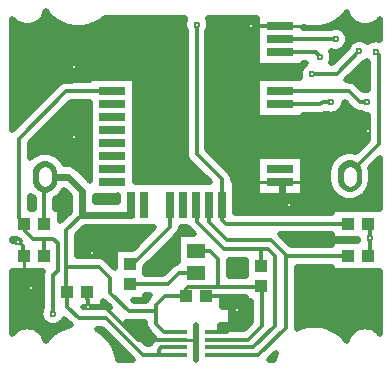
<source format=gbr>
G04 DipTrace 3.2.0.1*
G04 Âåðõíèé.gbr*
%MOIN*%
G04 #@! TF.FileFunction,Copper,L1,Top*
G04 #@! TF.Part,Single*
%AMOUTLINE3*
4,1,16,
-0.041319,-0.011881,
-0.037196,-0.02981,
-0.025701,-0.044175,
-0.009112,-0.052129,
0.009286,-0.052097,
0.025848,-0.044088,
0.037294,-0.029685,
0.041358,-0.011741,
0.041319,0.011881,
0.037196,0.02981,
0.025701,0.044175,
0.009112,0.052129,
-0.009286,0.052097,
-0.025848,0.044088,
-0.037294,0.029685,
-0.041358,0.011741,
-0.041319,-0.011881,
0*%
%ADD16C,0.011811*%
%ADD30C,0.043307*%
G04 #@! TA.AperFunction,CopperBalancing*
%ADD10C,0.009843*%
G04 #@! TA.AperFunction,ViaPad*
%ADD15C,0.023622*%
G04 #@! TA.AperFunction,Conductor*
%ADD17C,0.015748*%
G04 #@! TA.AperFunction,CopperBalancing*
%ADD18C,0.019685*%
%ADD20R,0.043307X0.03937*%
%ADD21R,0.03937X0.043307*%
%ADD23R,0.059055X0.051181*%
%ADD24R,0.027559X0.090551*%
%ADD25R,0.090551X0.027559*%
%ADD27R,0.019685X0.01378*%
G04 #@! TA.AperFunction,ComponentPad*
%ADD52OUTLINE3*%
%FSLAX26Y26*%
G04*
G70*
G90*
G75*
G01*
G04 Top*
%LPD*%
X40354Y-519083D2*
D16*
X101386D1*
X133542Y-486927D1*
Y-445369D1*
X134858D1*
X32358Y-400140D2*
X103597D1*
X132877Y-429420D1*
Y-445369D1*
X-40354Y-544673D2*
X-193312D1*
X-303748Y-434238D1*
X-361773D1*
X-362551Y-384189D1*
X572268Y150862D2*
D17*
X513654D1*
X415593Y52802D1*
Y-29026D1*
X348434Y-96185D1*
X308379D1*
D15*
X284178Y-71984D1*
Y-19685D1*
D17*
X279528D1*
X308764Y-95143D2*
D16*
X308379Y-96185D1*
X279528Y500000D2*
X184039D1*
X183711Y499672D1*
X-593178Y-218672D2*
X-591433D1*
X-577243Y-232862D1*
Y-261340D1*
X-572835Y-265748D1*
X279528Y456693D2*
X464217D1*
X464702Y457178D1*
X387335Y340329D2*
X467867D1*
X543993Y416455D1*
X279528Y240157D2*
X413441D1*
X421241Y247958D1*
X450117D1*
X-216535Y-94488D2*
D15*
Y-127804D1*
X-380333D1*
Y-48385D1*
X-427867Y-850D1*
X-504505D1*
X-429480Y-384189D2*
D16*
X-432584D1*
Y-301727D1*
Y-180055D1*
X-380333Y-127804D1*
X-40354Y-570264D2*
X-116686D1*
X-124012Y-577589D1*
Y-595039D1*
X-177528D1*
X-299887Y-472680D1*
X-391217D1*
X-429480Y-434416D1*
Y-384189D1*
X-40354Y-595854D2*
X-124012Y-595039D1*
X-40354Y-519083D2*
X-107230D1*
X-134895Y-491417D1*
Y-450328D1*
Y-429647D1*
X-105388Y-400140D1*
X-34571D1*
X-505906Y-157480D2*
Y-2251D1*
X-504505Y-850D1*
X-134895Y-450328D2*
X-224055D1*
X-286503Y-387881D1*
Y-339493D1*
X-324269Y-301727D1*
X-432584D1*
X-34571Y-400140D2*
Y-374919D1*
X-27015Y-367362D1*
X74063D1*
X218055D1*
X215245Y-364552D1*
X40354Y-544673D2*
X173492D1*
X218253Y-499912D1*
Y-367560D1*
X-732Y-247607D2*
X44776D1*
X74063Y-276894D1*
Y-367362D1*
X568100Y247785D2*
X545531D1*
X509852Y283465D1*
X279528D1*
X-279528D2*
X-433302D1*
X-590583Y126184D1*
Y-139732D1*
X-572835Y-157480D1*
X-505906Y-265748D2*
Y-208273D1*
X-544852D1*
X-570601Y-182524D1*
Y-159714D1*
X-572835Y-157480D1*
X-477537Y-457311D2*
Y-329789D1*
X-462238Y-314490D1*
Y-223294D1*
X-477259Y-208273D1*
X-505906D1*
X40354Y-570264D2*
X190818D1*
X262860Y-498222D1*
Y-266148D1*
X237996Y-241285D1*
X215245D1*
X91992D1*
X3823Y-153115D1*
Y-98311D1*
X0Y-94488D1*
X215245Y-297623D2*
Y-241285D1*
X40354Y-595854D2*
X206823D1*
X298265Y-504412D1*
Y-265748D1*
Y-263009D1*
X247839Y-212583D1*
X102996D1*
X42915Y-152501D1*
Y-94881D1*
X43307Y-94488D1*
X505906Y-265748D2*
X298265D1*
X279528Y413386D2*
X397638D1*
X412482Y398542D1*
X598517Y414692D2*
X600484D1*
X609394Y405782D1*
Y107887D1*
X499934Y-1572D1*
X511240D1*
Y852D1*
X580026Y-206403D2*
Y-168538D1*
X561777D1*
X572835Y-157480D1*
X580026Y-206403D2*
Y-258556D1*
X572835Y-265748D1*
X505906Y-157480D2*
X100282D1*
X86614Y-143812D1*
Y-94488D1*
Y-9720D1*
X906Y75988D1*
Y506182D1*
X-220472Y-293307D2*
X-212146D1*
X-88248Y-169409D1*
Y-96122D1*
X-86614Y-94488D1*
X-732Y-322410D2*
X-56883D1*
X-94709Y-360236D1*
X-220472D1*
D15*
X906Y506182D3*
X464702Y457178D3*
X543993Y416455D3*
X598517Y414692D3*
X412482Y398542D3*
X387335Y340329D3*
X450117Y247958D3*
X568100Y247785D3*
X572268Y150862D3*
X308764Y-95143D3*
X-593178Y-218672D3*
X-477537Y-457311D3*
X-361773Y-434238D3*
X134858Y-445369D3*
X-408186Y364665D3*
X-347710Y-254899D3*
X-549874Y-372395D3*
X-406459Y132150D3*
X183711Y499672D3*
X580026Y-206403D3*
X-504493Y534896D2*
D18*
X-490559D1*
X492837D2*
X504527D1*
X-519636Y515343D2*
X-466481D1*
X-319330D2*
X-42186D1*
X43997D2*
X201970D1*
X467969D2*
X519616D1*
X-611176Y495789D2*
X-412655D1*
X-375740D2*
X-41899D1*
X43710D2*
X201970D1*
X418377D2*
X445874D1*
X483507D2*
X610798D1*
X-611140Y476235D2*
X-37270D1*
X39081D2*
X201970D1*
X504248D2*
X610798D1*
X-611140Y456681D2*
X-37270D1*
X39081D2*
X201970D1*
X508805D2*
X529520D1*
X558469D2*
X593143D1*
X603862D2*
X610773D1*
X-611140Y437127D2*
X-37270D1*
X39081D2*
X201970D1*
X-611105Y417573D2*
X-37270D1*
X39081D2*
X201970D1*
X481031D2*
X491914D1*
X-611105Y398020D2*
X-37270D1*
X39081D2*
X201970D1*
X456558D2*
X472357D1*
X-611105Y378466D2*
X-37270D1*
X39081D2*
X201970D1*
X564174D2*
X571218D1*
X-611105Y358912D2*
X-37270D1*
X39081D2*
X347552D1*
X539630D2*
X571218D1*
X-611069Y339358D2*
X-37270D1*
X39081D2*
X343246D1*
X520073D2*
X571218D1*
X-611069Y319804D2*
X-357070D1*
X-201953D2*
X-37270D1*
X39081D2*
X201970D1*
X500552D2*
X571218D1*
X-611069Y300251D2*
X-469711D1*
X-201953D2*
X-37270D1*
X39081D2*
X201970D1*
X546268D2*
X571218D1*
X-611033Y280697D2*
X-489267D1*
X-201953D2*
X-37270D1*
X39081D2*
X201970D1*
X-611033Y261143D2*
X-508824D1*
X-201953D2*
X-37270D1*
X39081D2*
X201970D1*
X-611033Y241589D2*
X-528381D1*
X-421995D2*
X-357070D1*
X-201953D2*
X-37270D1*
X39081D2*
X201970D1*
X-610997Y222035D2*
X-547938D1*
X-441552D2*
X-357070D1*
X-201953D2*
X-37270D1*
X39081D2*
X201970D1*
X485301D2*
X518073D1*
X-610997Y202482D2*
X-567459D1*
X-461109D2*
X-357070D1*
X-201953D2*
X-37270D1*
X39081D2*
X201970D1*
X357087D2*
X571218D1*
X-610997Y182928D2*
X-587016D1*
X-480630D2*
X-357070D1*
X-201953D2*
X-37270D1*
X39081D2*
X571218D1*
X-500186Y163374D2*
X-357070D1*
X-201953D2*
X-37270D1*
X39081D2*
X571218D1*
X-519743Y143820D2*
X-357070D1*
X-201953D2*
X-37270D1*
X39081D2*
X571218D1*
X-539300Y124266D2*
X-357070D1*
X-201953D2*
X-37270D1*
X39081D2*
X571218D1*
X-552398Y104713D2*
X-357070D1*
X-201953D2*
X-37270D1*
X39081D2*
X553025D1*
X-552398Y85159D2*
X-357070D1*
X-201953D2*
X-37270D1*
X44930D2*
X533468D1*
X-456264Y65605D2*
X-357070D1*
X-201953D2*
X-35763D1*
X64487D2*
X201970D1*
X357087D2*
X461233D1*
X-440296Y46051D2*
X-357070D1*
X-201953D2*
X-22342D1*
X84044D2*
X201970D1*
X357087D2*
X445946D1*
X600740D2*
X610762D1*
X-393682Y26497D2*
X-357070D1*
X-201953D2*
X-2786D1*
X103601D2*
X201970D1*
X357087D2*
X439989D1*
X582475D2*
X610762D1*
X-374125Y6944D2*
X-357070D1*
X-201953D2*
X16771D1*
X120753D2*
X201970D1*
X357087D2*
X437621D1*
X584844D2*
X610762D1*
X-201953Y-12610D2*
X36328D1*
X124808D2*
X201970D1*
X357087D2*
X437693D1*
X584844D2*
X610762D1*
X132667Y-32164D2*
X201970D1*
X357087D2*
X441712D1*
X580825D2*
X610762D1*
X132667Y-51718D2*
X201970D1*
X357087D2*
X451472D1*
X571028D2*
X610762D1*
X-461683Y-71272D2*
X-424425D1*
X-336232D2*
X-262587D1*
X132667D2*
X471747D1*
X550718D2*
X610762D1*
X-552398Y-90825D2*
X-544080D1*
X-467711D2*
X-424425D1*
X132667D2*
X610762D1*
X-451958Y-110379D2*
X-424425D1*
X132667D2*
X451975D1*
X-451958Y-129933D2*
X-435656D1*
X-387941Y-188594D2*
X-160640D1*
X-55546D2*
X-13874D1*
X-610782Y-208148D2*
X-598197D1*
X-394400D2*
X-180161D1*
X-73811D2*
X-62533D1*
X296586D2*
X535980D1*
X-394400Y-227702D2*
X-199718D1*
X-93332D2*
X-62533D1*
X316143D2*
X451975D1*
X-394400Y-247256D2*
X-272455D1*
X-112888D2*
X-62533D1*
X-312656Y-266810D2*
X-272455D1*
X-132445D2*
X-62533D1*
X-286424Y-286364D2*
X-272455D1*
X-152002D2*
X-62533D1*
X112249D2*
X163286D1*
X-168509Y-305917D2*
X-93573D1*
X112249D2*
X163286D1*
X336453D2*
X451975D1*
X-610710Y-325471D2*
X-515463D1*
X112249D2*
X163286D1*
X336453D2*
X610726D1*
X-610674Y-345025D2*
X-515714D1*
X336453D2*
X610726D1*
X-610674Y-364579D2*
X-515714D1*
X336453D2*
X610726D1*
X-610674Y-384133D2*
X-515714D1*
X336453D2*
X610726D1*
X-610674Y-403686D2*
X-515714D1*
X-168509D2*
X-162148D1*
X86305D2*
X163286D1*
X336453D2*
X610726D1*
X-610638Y-423240D2*
X-515714D1*
X86305D2*
X180080D1*
X336453D2*
X610726D1*
X-610638Y-442794D2*
X-519051D1*
X118708D2*
X180080D1*
X336453D2*
X610726D1*
X-610638Y-462348D2*
X-521312D1*
X118744D2*
X180080D1*
X336453D2*
X610726D1*
X-610602Y-481902D2*
X-513705D1*
X-441372D2*
X-435179D1*
X118744D2*
X180080D1*
X336453D2*
X610726D1*
X-610602Y-501455D2*
X-579014D1*
X-546944D2*
X-440321D1*
X-217921D2*
X-171657D1*
X82465D2*
X163502D1*
X336453D2*
X350817D1*
X438257D2*
X546960D1*
X579030D2*
X610726D1*
X-513894Y-521009D2*
X-475883D1*
X-198365D2*
X-158487D1*
X474715D2*
X513875D1*
X-178808Y-540563D2*
X-139397D1*
X-276126Y-560117D2*
X-265637D1*
X-266580Y-579671D2*
X-246080D1*
X-260588Y-599224D2*
X-226523D1*
X-510957Y-315748D2*
X-612679D1*
X-612557Y-523919D1*
X-607627Y-518357D1*
X-600095Y-511924D1*
X-591650Y-506749D1*
X-582498Y-502958D1*
X-572867Y-500646D1*
X-562992Y-499869D1*
X-553117Y-500646D1*
X-543486Y-502958D1*
X-534335Y-506749D1*
X-525889Y-511924D1*
X-518357Y-518357D1*
X-511924Y-525889D1*
X-506749Y-534335D1*
X-502958Y-543486D1*
X-501671Y-548051D1*
X-494313Y-537702D1*
X-466981Y-515488D1*
X-436752Y-500851D1*
X-418097Y-497053D1*
X-439589Y-475531D1*
X-441618Y-479322D1*
X-445504Y-484670D1*
X-450178Y-489344D1*
X-455526Y-493229D1*
X-461416Y-496230D1*
X-467703Y-498273D1*
X-474232Y-499307D1*
X-480842D1*
X-487371Y-498273D1*
X-493658Y-496230D1*
X-499548Y-493229D1*
X-504895Y-489344D1*
X-509570Y-484670D1*
X-513455Y-479322D1*
X-516456Y-473432D1*
X-518499Y-467145D1*
X-519533Y-460616D1*
Y-454006D1*
X-518499Y-447477D1*
X-516456Y-441190D1*
X-513752Y-435830D1*
X-513646Y-326947D1*
X-512757Y-321333D1*
X-510996Y-315918D1*
X-612739Y-215748D2*
X-588596D1*
X-596220Y-208127D1*
X-603543Y-207481D1*
X-612765D1*
X-612732Y-215746D1*
X-170472Y-396435D2*
Y-412205D1*
X-210986D1*
X-205682Y-414108D1*
X-167609D1*
X-164198Y-408357D1*
X-160507Y-404035D1*
X-152920Y-396448D1*
X-170460Y-396457D1*
X-261286Y-241339D2*
X-211371D1*
X-140144Y-170082D1*
X-271654Y-169930D1*
X-371232D1*
X-396360Y-195055D1*
X-396363Y-265495D1*
X-321427Y-265618D1*
X-315814Y-266507D1*
X-310408Y-268264D1*
X-305344Y-270844D1*
X-300746Y-274185D1*
X-270467Y-304306D1*
X-270472Y-241339D1*
X-261286D1*
X-170472Y-302880D2*
Y-323980D1*
X-109698Y-324016D1*
X-80406Y-294868D1*
X-75808Y-291527D1*
X-70744Y-288947D1*
X-65338Y-287190D1*
X-62538Y-286634D1*
X-60575Y-285140D1*
X-60706Y-192933D1*
X-95115Y-227500D1*
X-170450Y-302835D1*
X-310583Y-415022D2*
Y-434189D1*
X-378483D1*
X-376236Y-436436D1*
X-297045Y-436571D1*
X-291432Y-437460D1*
X-288684Y-438236D1*
X-288641Y-436965D1*
X-310573Y-415034D1*
X84327Y-403586D2*
Y-433887D1*
X108465Y-434012D1*
X111394Y-434964D1*
X113885Y-436774D1*
X115695Y-439265D1*
X116647Y-442194D1*
X116768Y-471293D1*
X116647Y-488218D1*
X115695Y-491147D1*
X113885Y-493638D1*
X111394Y-495448D1*
X108465Y-496400D1*
X80479Y-496521D1*
X80512Y-508454D1*
X158521Y-508453D1*
X182008Y-484934D1*
X182033Y-416553D1*
X165246Y-416521D1*
Y-403567D1*
X84315Y-403583D1*
X-59678Y-191702D2*
X-8794D1*
X-23719Y-176639D1*
X-27066Y-172031D1*
X-29396Y-170079D1*
X-52029D1*
X-52473Y-175076D1*
X-53800Y-180602D1*
X-55975Y-185853D1*
X-58945Y-190699D1*
X-60706Y-192933D1*
X-501299Y549832D2*
X-502958Y543486D1*
X-506749Y534335D1*
X-511924Y525889D1*
X-518357Y518357D1*
X-525889Y511924D1*
X-534335Y506749D1*
X-543486Y502958D1*
X-553117Y500646D1*
X-562992Y499869D1*
X-572867Y500646D1*
X-582498Y502958D1*
X-591650Y506749D1*
X-600095Y511924D1*
X-607627Y518357D1*
X-613161Y524749D1*
X-612942Y155081D1*
X-456825Y311007D1*
X-452227Y314348D1*
X-447163Y316928D1*
X-441757Y318684D1*
X-436144Y319573D1*
X-387370Y319685D1*
X-355110D1*
X-355118Y327559D1*
X-203937D1*
Y109449D1*
Y-18901D1*
X44565Y-18898D1*
X-26637Y52465D1*
X-29978Y57063D1*
X-32558Y62127D1*
X-34314Y67533D1*
X-35203Y73146D1*
X-35315Y121920D1*
Y484673D1*
X-38014Y490061D1*
X-40057Y496348D1*
X-41091Y502877D1*
Y509488D1*
X-40057Y516017D1*
X-38014Y522303D1*
X-36004Y526423D1*
X-303665Y526293D1*
X-320989Y515529D1*
X-335257Y507298D1*
X-359399Y498759D1*
X-381767Y495218D1*
X-405345Y494767D1*
X-427842Y499172D1*
X-445658Y505358D1*
X-463354Y514495D1*
X-478826Y525820D1*
X-493274Y539440D1*
X-501272Y549791D1*
X612777Y524262D2*
X607627Y518357D1*
X600095Y511924D1*
X591650Y506749D1*
X582498Y502958D1*
X572867Y500646D1*
X562992Y499869D1*
X553117Y500646D1*
X543486Y502958D1*
X534335Y506749D1*
X525889Y511924D1*
X518357Y518357D1*
X511924Y525889D1*
X506749Y534335D1*
X502958Y543486D1*
X501602Y548313D1*
X488296Y531936D1*
X461882Y512378D1*
X433407Y498967D1*
X405889Y493973D1*
X373684Y493471D1*
X355597Y497816D1*
X355118Y496325D1*
Y492916D1*
X442691Y493097D1*
X448581Y496098D1*
X454868Y498141D1*
X461397Y499175D1*
X468007D1*
X474536Y498141D1*
X480823Y496098D1*
X486713Y493097D1*
X492061Y489211D1*
X496735Y484537D1*
X500620Y479189D1*
X503621Y473299D1*
X505664Y467013D1*
X506698Y460484D1*
Y453873D1*
X505664Y447344D1*
X503621Y441058D1*
X500620Y435168D1*
X496735Y429820D1*
X492061Y425146D1*
X486713Y421260D1*
X480823Y418259D1*
X474536Y416216D1*
X468007Y415182D1*
X461397D1*
X454868Y416216D1*
X450016Y417667D1*
X452546Y411560D1*
X454089Y405132D1*
X454608Y398542D1*
X454089Y391952D1*
X452546Y385524D1*
X450016Y379417D1*
X448406Y376543D1*
X452895Y376550D1*
X503179Y426864D1*
X505074Y432576D1*
X508075Y438466D1*
X511961Y443814D1*
X516635Y448488D1*
X521983Y452374D1*
X527873Y455375D1*
X534159Y457417D1*
X540688Y458452D1*
X547299D1*
X553828Y457417D1*
X560114Y455375D1*
X566004Y452374D1*
X571352Y448488D1*
X572272Y447637D1*
X576506Y450610D1*
X582396Y453611D1*
X588683Y455654D1*
X595212Y456688D1*
X601822D1*
X608351Y455654D1*
X612759Y454304D1*
X612766Y524198D1*
X501526Y-548693D2*
X502958Y-543486D1*
X506749Y-534335D1*
X511924Y-525889D1*
X518357Y-518357D1*
X525889Y-511924D1*
X534335Y-506749D1*
X543486Y-502958D1*
X553117Y-500646D1*
X562992Y-499869D1*
X572867Y-500646D1*
X582498Y-502958D1*
X591650Y-506749D1*
X600095Y-511924D1*
X607627Y-518357D1*
X612706Y-524171D1*
X612712Y-315779D1*
X453937Y-315748D1*
Y-301933D1*
X334487Y-301969D1*
X334373Y-507265D1*
X339573Y-506562D1*
X346262Y-503347D1*
X371915Y-496148D1*
X395263Y-494609D1*
X420718Y-497045D1*
X439059Y-502402D1*
X466309Y-515940D1*
X484288Y-530103D1*
X497287Y-542232D1*
X501511Y-548667D1*
X-554393Y-107480D2*
X-542121D1*
X-542126Y-72901D1*
X-547427Y-69973D1*
X-551118Y-66972D1*
X-552782Y-65257D1*
X-554362Y-66730D1*
Y-107458D1*
X-469706Y-107480D2*
X-453937D1*
Y-150219D1*
X-422459Y-118618D1*
Y-65832D1*
X-441559Y-46734D1*
X-454924Y-63799D1*
X-458167Y-67280D1*
X-461914Y-70210D1*
X-469685Y-75741D1*
Y-107499D1*
X530053Y-107481D2*
X612694D1*
X612737Y60000D1*
X580274Y27544D1*
X582545Y17188D1*
X582889Y3596D1*
X582824Y-13218D1*
X580135Y-26546D1*
X577484Y-37829D1*
X575720Y-42247D1*
X573281Y-46342D1*
X559268Y-63901D1*
X555762Y-67117D1*
X551788Y-69748D1*
X531542Y-79488D1*
X526989Y-80864D1*
X522266Y-81510D1*
X499802Y-81503D1*
X495102Y-80766D1*
X490567Y-79300D1*
X470329Y-69546D1*
X466414Y-66843D1*
X462964Y-63555D1*
X448962Y-45983D1*
X446607Y-41850D1*
X444926Y-37390D1*
X439935Y-15484D1*
X439591Y-1893D1*
X439656Y14921D1*
X442345Y28249D1*
X445546Y41141D1*
X447555Y45453D1*
X450213Y49398D1*
X463212Y65605D1*
X466718Y68820D1*
X470692Y71452D1*
X490938Y81192D1*
X495492Y82567D1*
X500214Y83214D1*
X522678Y83206D1*
X527378Y82470D1*
X529679Y81824D1*
X532784Y82501D1*
X573154Y122871D1*
X573173Y205959D1*
X568100Y205659D1*
X561510Y206177D1*
X555082Y207721D1*
X548975Y210250D1*
X546619Y211570D1*
X539865Y212010D1*
X534339Y213337D1*
X529088Y215512D1*
X524242Y218482D1*
X519920Y222173D1*
X494825Y247268D1*
X492113Y244653D1*
X491079Y238124D1*
X489036Y231837D1*
X486035Y225947D1*
X482150Y220599D1*
X477475Y215925D1*
X472128Y212040D1*
X466238Y209039D1*
X459951Y206996D1*
X453422Y205962D1*
X446812D1*
X440283Y206996D1*
X433996Y209039D1*
X432834Y209574D1*
X427302Y206694D1*
X421896Y204938D1*
X416283Y204049D1*
X367509Y203937D1*
X355129D1*
X355118Y196063D1*
X203937D1*
Y327559D1*
X347223D1*
X345727Y333739D1*
X345209Y340329D1*
X345727Y346919D1*
X347270Y353347D1*
X349800Y359454D1*
X353254Y365090D1*
X357547Y370117D1*
X362574Y374410D1*
X366959Y377163D1*
X355115Y377165D1*
X355118Y369291D1*
X203937D1*
Y526547D1*
X37856Y526466D1*
X40970Y519200D1*
X42513Y512772D1*
X43031Y506182D1*
X42513Y499592D1*
X40970Y493165D1*
X38440Y487058D1*
X37121Y484701D1*
X37126Y90966D1*
X114157Y13803D1*
X117497Y9205D1*
X120078Y4141D1*
X121834Y-1265D1*
X122723Y-6879D1*
X122834Y-9732D1*
X125197Y-18898D1*
X130709D1*
Y-121275D1*
X453921Y-121260D1*
X453937Y-107481D1*
X530053D1*
X537887Y-207481D2*
X453937D1*
Y-193665D1*
X280158Y-193701D1*
X316003Y-229523D1*
X453967Y-229528D1*
X453937Y-215748D1*
X538947D1*
X538030Y-209708D1*
X537942Y-207474D1*
X165246Y-331112D2*
Y-277501D1*
X110284Y-277505D1*
X110283Y-331115D1*
X165245Y-331142D1*
X570185Y383503D2*
X566004Y380537D1*
X560114Y377536D1*
X554412Y375658D1*
X498431Y319670D1*
X512694Y319573D1*
X518307Y318684D1*
X523713Y316928D1*
X528777Y314348D1*
X533375Y311007D1*
X556296Y288244D1*
X561510Y289392D1*
X568100Y289911D1*
X573163Y289573D1*
X573173Y381073D1*
X570238Y383510D1*
X355118Y-20467D2*
Y-63780D1*
X203937D1*
Y67717D1*
X355118D1*
X355082Y-20472D1*
X-260598Y-63780D2*
X-338180D1*
X-338207Y-85668D1*
X-260660Y-85678D1*
X-260630Y-63754D1*
X-355118Y-14008D2*
Y154331D1*
Y247270D1*
X-418292Y247244D1*
X-554377Y111166D1*
X-554362Y61772D1*
X-550843Y65579D1*
X-547096Y68509D1*
X-535281Y74528D1*
X-524807Y79489D1*
X-520254Y80865D1*
X-515531Y81511D1*
X-493067Y81504D1*
X-488367Y80768D1*
X-483832Y79302D1*
X-464185Y69881D1*
X-460210Y67267D1*
X-456694Y64063D1*
X-442227Y45984D1*
X-439869Y41842D1*
X-424562Y41146D1*
X-418033Y40112D1*
X-411747Y38069D1*
X-405857Y35068D1*
X-400509Y31183D1*
X-372097Y2954D1*
X-355122Y-14021D1*
X-202Y-507469D2*
X-197Y-612512D1*
X197Y-607469D1*
Y-496526D1*
X-197Y-500251D1*
Y-507463D1*
X-149606Y-551960D2*
X-140210Y-542721D1*
X-137967Y-540955D1*
X-139337Y-538199D1*
X-162437Y-514941D1*
X-165778Y-510342D1*
X-168358Y-505278D1*
X-170115Y-499873D1*
X-171004Y-494259D1*
X-171116Y-486573D1*
X-226897Y-486437D1*
X-232511Y-485548D1*
X-235258Y-484772D1*
X-235301Y-486042D1*
X-162503Y-558840D1*
X-154895Y-558664D1*
X-151554Y-554066D1*
X-149615Y-551970D1*
X-211386Y-612405D2*
X-314912Y-508879D1*
X-330999Y-508900D1*
X-307030Y-524740D1*
X-286329Y-546539D1*
X-275435Y-564647D1*
X-266486Y-584532D1*
X-261158Y-605354D1*
X-259855Y-612359D1*
X-211438Y-612386D1*
X265339Y-588562D2*
X241234Y-612667D1*
X259865Y-612659D1*
X262045Y-599031D1*
X265362Y-588526D1*
X-572835Y-265748D2*
D10*
Y-315712D1*
X-362551Y-384189D2*
Y-434153D1*
X32358Y-400140D2*
X84291D1*
X279528Y-19685D2*
Y-63744D1*
X203973Y-19685D2*
X355082D1*
X203973Y500000D2*
X355082D1*
X-40354Y-544673D2*
X-232D1*
D20*
X-505906Y-265748D3*
X-572835D3*
D21*
X-220472Y-360236D3*
Y-293307D3*
D20*
X-429480Y-384189D3*
X-362551D3*
X32358Y-400140D3*
X-34571D3*
D23*
X-732Y-247607D3*
Y-322410D3*
D20*
X-505906Y-157480D3*
X-572835D3*
X572835D3*
X505906D3*
D21*
X215245Y-297623D3*
Y-364552D3*
D20*
X505906Y-265748D3*
X572835D3*
D24*
X43307Y-94488D3*
X0D3*
X86614D3*
D25*
X279528Y-19685D3*
Y23622D3*
Y240157D3*
Y283465D3*
Y413386D3*
Y456693D3*
Y500000D3*
X-279528Y-19685D3*
Y23622D3*
Y66929D3*
Y110236D3*
Y153543D3*
Y196850D3*
Y240157D3*
Y283465D3*
D24*
X-43307Y-94488D3*
X-86614D3*
X-173228D3*
X-216535D3*
D27*
X-40354Y-544673D3*
Y-570264D3*
X40354D3*
Y-544673D3*
X-40354Y-519083D3*
Y-595854D3*
X40354D3*
Y-519083D3*
D52*
X511240Y852D3*
X-504505Y-850D3*
G04 Top Clear*
%LPC*%
D16*
X906Y506182D3*
X464702Y457178D3*
X543993Y416455D3*
X598517Y414692D3*
X412482Y398542D3*
X387335Y340329D3*
X450117Y247958D3*
X568100Y247785D3*
X572268Y150862D3*
X308764Y-95143D3*
X-593178Y-218672D3*
X-477537Y-457311D3*
X-361773Y-434238D3*
X134858Y-445369D3*
X-408186Y364665D3*
X-347710Y-254899D3*
X-549874Y-372395D3*
X-406459Y132150D3*
X183711Y499672D3*
X580026Y-206403D3*
X511220Y12663D2*
D30*
X511260Y-10959D1*
X-504525Y10961D2*
X-504485Y-12661D1*
M02*

</source>
